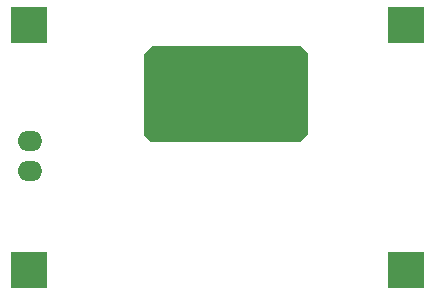
<source format=gbs>
G04*
G04 #@! TF.GenerationSoftware,Altium Limited,Altium Designer,22.3.1 (43)*
G04*
G04 Layer_Color=16711935*
%FSLAX25Y25*%
%MOIN*%
G70*
G04*
G04 #@! TF.SameCoordinates,5170A01E-4387-43F3-8572-BE7CC5784F07*
G04*
G04*
G04 #@! TF.FilePolarity,Negative*
G04*
G01*
G75*
%ADD27O,0.08268X0.06693*%
%ADD28R,0.12205X0.12205*%
%ADD29C,0.03150*%
G36*
X41142Y74607D02*
X90354Y74607D01*
X90354Y74607D01*
X90374Y74605D01*
X90393Y74603D01*
X90421Y74595D01*
X90430Y74592D01*
X90464Y74574D01*
X90494Y74549D01*
X92856Y72187D01*
X92856Y72187D01*
X92867Y72174D01*
X92881Y72157D01*
X92899Y72123D01*
X92910Y72086D01*
X92914Y72047D01*
X92914Y72047D01*
Y45276D01*
X92914Y45276D01*
X92912Y45256D01*
X92910Y45237D01*
X92902Y45208D01*
X92899Y45200D01*
X92881Y45166D01*
X92856Y45136D01*
X90494Y42774D01*
X90494Y42774D01*
X90481Y42762D01*
X90464Y42749D01*
X90430Y42731D01*
X90393Y42719D01*
X90389Y42719D01*
X90354Y42716D01*
X90354Y42716D01*
X40354D01*
X40354Y42716D01*
X40335Y42717D01*
X40316Y42719D01*
X40287Y42728D01*
X40279Y42731D01*
X40244Y42749D01*
X40214Y42774D01*
X38246Y44742D01*
X38246Y44742D01*
X38221Y44772D01*
X38203Y44806D01*
X38201Y44815D01*
X38192Y44843D01*
X38188Y44882D01*
Y71653D01*
X38188Y71653D01*
X38190Y71673D01*
X38192Y71692D01*
X38201Y71721D01*
X38203Y71729D01*
X38221Y71763D01*
X38246Y71793D01*
X41002Y74549D01*
X41002Y74549D01*
X41017Y74562D01*
X41032Y74574D01*
X41066Y74592D01*
X41075Y74595D01*
X41103Y74603D01*
X41122Y74605D01*
X41142Y74607D01*
X41142Y74607D01*
D02*
G37*
D27*
X197Y32913D02*
D03*
Y42913D02*
D03*
D28*
X-197Y81496D02*
D03*
X0Y0D02*
D03*
X125689D02*
D03*
Y81496D02*
D03*
D29*
X88779Y46850D02*
D03*
Y54724D02*
D03*
Y62598D02*
D03*
Y70472D02*
D03*
X80905Y62598D02*
D03*
Y54724D02*
D03*
Y46850D02*
D03*
X73032D02*
D03*
Y54724D02*
D03*
Y62598D02*
D03*
X65158D02*
D03*
Y54724D02*
D03*
Y46850D02*
D03*
X57284D02*
D03*
Y54724D02*
D03*
Y62598D02*
D03*
X49409Y46850D02*
D03*
Y54724D02*
D03*
Y62598D02*
D03*
X41535Y46850D02*
D03*
Y54724D02*
D03*
Y62598D02*
D03*
X80905Y70472D02*
D03*
X73032D02*
D03*
X65158D02*
D03*
X57284D02*
D03*
X49409D02*
D03*
X41535D02*
D03*
M02*

</source>
